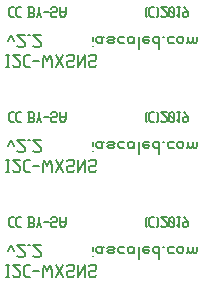
<source format=gbr>
G04 start of page 10 for group -4078 idx -4078 *
G04 Title: (unknown), bottomsilk *
G04 Creator: pcb 20140316 *
G04 CreationDate: Sat 14 Dec 2019 03:41:57 AM GMT UTC *
G04 For: railfan *
G04 Format: Gerber/RS-274X *
G04 PCB-Dimensions (mil): 900.00 2000.00 *
G04 PCB-Coordinate-Origin: lower left *
%MOIN*%
%FSLAX25Y25*%
%LNBOTTOMSILK*%
%ADD41C,0.0080*%
G54D41*X39000Y183500D02*Y183600D01*
Y185000D02*Y186500D01*
X41500Y184500D02*X42000Y185000D01*
X40500Y184500D02*X41500D01*
X40000Y185000D02*X40500Y184500D01*
X40000Y185000D02*Y186000D01*
X40500Y186500D01*
X42000Y184500D02*Y186000D01*
X42500Y186500D01*
X40500D02*X41500D01*
X42000Y186000D01*
X44200Y186500D02*X45700D01*
X46200Y186000D01*
X45700Y185500D02*X46200Y186000D01*
X44200Y185500D02*X45700D01*
X43700Y185000D02*X44200Y185500D01*
X43700Y185000D02*X44200Y184500D01*
X45700D01*
X46200Y185000D01*
X43700Y186000D02*X44200Y186500D01*
X47900Y184500D02*X49400D01*
X47400Y185000D02*X47900Y184500D01*
X47400Y185000D02*Y186000D01*
X47900Y186500D01*
X49400D01*
X52100Y184500D02*X52600Y185000D01*
X51100Y184500D02*X52100D01*
X50600Y185000D02*X51100Y184500D01*
X50600Y185000D02*Y186000D01*
X51100Y186500D01*
X52600Y184500D02*Y186000D01*
X53100Y186500D01*
X51100D02*X52100D01*
X52600Y186000D01*
X54300Y182500D02*Y186000D01*
X54800Y186500D01*
X56300D02*X57800D01*
X55800Y186000D02*X56300Y186500D01*
X55800Y185000D02*Y186000D01*
Y185000D02*X56300Y184500D01*
X57300D01*
X57800Y185000D01*
X55800Y185500D02*X57800D01*
Y185000D02*Y185500D01*
X61000Y182500D02*Y186500D01*
X60500D02*X61000Y186000D01*
X59500Y186500D02*X60500D01*
X59000Y186000D02*X59500Y186500D01*
X59000Y185000D02*Y186000D01*
Y185000D02*X59500Y184500D01*
X60500D01*
X61000Y185000D01*
X62200Y186500D02*X62700D01*
X64400Y184500D02*X65900D01*
X63900Y185000D02*X64400Y184500D01*
X63900Y185000D02*Y186000D01*
X64400Y186500D01*
X65900D01*
X67100Y185000D02*Y186000D01*
Y185000D02*X67600Y184500D01*
X68600D01*
X69100Y185000D01*
Y186000D01*
X68600Y186500D02*X69100Y186000D01*
X67600Y186500D02*X68600D01*
X67100Y186000D02*X67600Y186500D01*
X70800Y185000D02*Y186500D01*
Y185000D02*X71300Y184500D01*
X71800D01*
X72300Y185000D01*
Y186500D01*
Y185000D02*X72800Y184500D01*
X73300D01*
X73800Y185000D01*
Y186500D01*
X70300Y184500D02*X70800Y185000D01*
X56500Y195965D02*X56885Y196350D01*
X56500Y193655D02*X56885Y193270D01*
X56500Y193655D02*Y195965D01*
X58348Y196350D02*X59349D01*
X57809Y195811D02*X58348Y196350D01*
X57809Y193809D02*Y195811D01*
Y193809D02*X58348Y193270D01*
X59349D01*
X60273D02*X60658Y193655D01*
Y195965D01*
X60273Y196350D02*X60658Y195965D01*
X61582Y193655D02*X61967Y193270D01*
X63122D01*
X63507Y193655D01*
Y194425D01*
X61582Y196350D02*X63507Y194425D01*
X61582Y196350D02*X63507D01*
X64431Y195965D02*X64816Y196350D01*
X64431Y193655D02*Y195965D01*
Y193655D02*X64816Y193270D01*
X65586D01*
X65971Y193655D01*
Y195965D01*
X65586Y196350D02*X65971Y195965D01*
X64816Y196350D02*X65586D01*
X64431Y195580D02*X65971Y194040D01*
X66895Y193886D02*X67511Y193270D01*
Y196350D01*
X66895D02*X68050D01*
X69359D02*X70514Y194810D01*
Y193655D02*Y194810D01*
X70129Y193270D02*X70514Y193655D01*
X69359Y193270D02*X70129D01*
X68974Y193655D02*X69359Y193270D01*
X68974Y193655D02*Y194425D01*
X69359Y194810D01*
X70514D01*
X56500Y160965D02*X56885Y161350D01*
X56500Y158655D02*X56885Y158270D01*
X56500Y158655D02*Y160965D01*
X58348Y161350D02*X59349D01*
X57809Y160811D02*X58348Y161350D01*
X57809Y158809D02*Y160811D01*
Y158809D02*X58348Y158270D01*
X59349D01*
X60273D02*X60658Y158655D01*
Y160965D01*
X60273Y161350D02*X60658Y160965D01*
X61582Y158655D02*X61967Y158270D01*
X63122D01*
X63507Y158655D01*
Y159425D01*
X61582Y161350D02*X63507Y159425D01*
X61582Y161350D02*X63507D01*
X64431Y160965D02*X64816Y161350D01*
X64431Y158655D02*Y160965D01*
Y158655D02*X64816Y158270D01*
X65586D01*
X65971Y158655D01*
Y160965D01*
X65586Y161350D02*X65971Y160965D01*
X64816Y161350D02*X65586D01*
X64431Y160580D02*X65971Y159040D01*
X66895Y158886D02*X67511Y158270D01*
Y161350D01*
X66895D02*X68050D01*
X69359D02*X70514Y159810D01*
Y158655D02*Y159810D01*
X70129Y158270D02*X70514Y158655D01*
X69359Y158270D02*X70129D01*
X68974Y158655D02*X69359Y158270D01*
X68974Y158655D02*Y159425D01*
X69359Y159810D01*
X70514D01*
X10000Y176500D02*X11000D01*
X10500D02*Y180500D01*
X10000D02*X11000D01*
X12200Y177000D02*X12700Y176500D01*
X14200D01*
X14700Y177000D01*
Y178000D01*
X12200Y180500D02*X14700Y178000D01*
X12200Y180500D02*X14700D01*
X16600D02*X17900D01*
X15900Y179800D02*X16600Y180500D01*
X15900Y177200D02*Y179800D01*
Y177200D02*X16600Y176500D01*
X17900D01*
X19100Y178500D02*X21100D01*
X22300Y176500D02*Y178500D01*
X22800Y180500D01*
X23800Y178500D01*
X24800Y180500D01*
X25300Y178500D01*
Y176500D02*Y178500D01*
X26500Y180500D02*X29000Y176500D01*
X26500D02*X29000Y180500D01*
X32200Y176500D02*X32700Y177000D01*
X30700Y176500D02*X32200D01*
X30200Y177000D02*X30700Y176500D01*
X30200Y177000D02*Y178000D01*
X30700Y178500D01*
X32200D01*
X32700Y179000D01*
Y180000D01*
X32200Y180500D02*X32700Y180000D01*
X30700Y180500D02*X32200D01*
X30200Y180000D02*X30700Y180500D01*
X33900Y176500D02*Y180500D01*
Y176500D02*X36400Y180500D01*
Y176500D02*Y180500D01*
X39600Y176500D02*X40100Y177000D01*
X38100Y176500D02*X39600D01*
X37600Y177000D02*X38100Y176500D01*
X37600Y177000D02*Y178000D01*
X38100Y178500D01*
X39600D01*
X40100Y179000D01*
Y180000D01*
X39600Y180500D02*X40100Y180000D01*
X38100Y180500D02*X39600D01*
X37600Y180000D02*X38100Y180500D01*
X11539Y196350D02*X12540D01*
X11000Y195811D02*X11539Y196350D01*
X11000Y193809D02*Y195811D01*
Y193809D02*X11539Y193270D01*
X12540D01*
X14003Y196350D02*X15004D01*
X13464Y195811D02*X14003Y196350D01*
X13464Y193809D02*Y195811D01*
Y193809D02*X14003Y193270D01*
X15004D01*
X17314Y196350D02*X18854D01*
X19239Y195965D01*
Y195041D02*Y195965D01*
X18854Y194656D02*X19239Y195041D01*
X17699Y194656D02*X18854D01*
X17699Y193270D02*Y196350D01*
X17314Y193270D02*X18854D01*
X19239Y193655D01*
Y194271D01*
X18854Y194656D02*X19239Y194271D01*
X20163Y193270D02*X20933Y194810D01*
X21703Y193270D01*
X20933Y194810D02*Y196350D01*
X22627Y194810D02*X24167D01*
X26631Y193270D02*X27016Y193655D01*
X25476Y193270D02*X26631D01*
X25091Y193655D02*X25476Y193270D01*
X25091Y193655D02*Y194425D01*
X25476Y194810D01*
X26631D01*
X27016Y195195D01*
Y195965D01*
X26631Y196350D02*X27016Y195965D01*
X25476Y196350D02*X26631D01*
X25091Y195965D02*X25476Y196350D01*
X27940Y194040D02*Y196350D01*
Y194040D02*X28479Y193270D01*
X29326D01*
X29865Y194040D01*
Y196350D01*
X27940Y194810D02*X29865D01*
X10500Y185000D02*X11500Y187000D01*
X12500Y185000D02*X11500Y187000D01*
X13700Y183500D02*X14200Y183000D01*
X15700D01*
X16200Y183500D01*
Y184500D01*
X13700Y187000D02*X16200Y184500D01*
X13700Y187000D02*X16200D01*
X17400D02*X17900D01*
X19100Y183500D02*X19600Y183000D01*
X21100D01*
X21600Y183500D01*
Y184500D01*
X19100Y187000D02*X21600Y184500D01*
X19100Y187000D02*X21600D01*
X10000Y141500D02*X11000D01*
X10500D02*Y145500D01*
X10000D02*X11000D01*
X12200Y142000D02*X12700Y141500D01*
X14200D01*
X14700Y142000D01*
Y143000D01*
X12200Y145500D02*X14700Y143000D01*
X12200Y145500D02*X14700D01*
X16600D02*X17900D01*
X15900Y144800D02*X16600Y145500D01*
X15900Y142200D02*Y144800D01*
Y142200D02*X16600Y141500D01*
X17900D01*
X19100Y143500D02*X21100D01*
X22300Y141500D02*Y143500D01*
X22800Y145500D01*
X23800Y143500D01*
X24800Y145500D01*
X25300Y143500D01*
Y141500D02*Y143500D01*
X26500Y145500D02*X29000Y141500D01*
X26500D02*X29000Y145500D01*
X32200Y141500D02*X32700Y142000D01*
X30700Y141500D02*X32200D01*
X30200Y142000D02*X30700Y141500D01*
X30200Y142000D02*Y143000D01*
X30700Y143500D01*
X32200D01*
X32700Y144000D01*
Y145000D01*
X32200Y145500D02*X32700Y145000D01*
X30700Y145500D02*X32200D01*
X30200Y145000D02*X30700Y145500D01*
X33900Y141500D02*Y145500D01*
Y141500D02*X36400Y145500D01*
Y141500D02*Y145500D01*
X39600Y141500D02*X40100Y142000D01*
X38100Y141500D02*X39600D01*
X37600Y142000D02*X38100Y141500D01*
X37600Y142000D02*Y143000D01*
X38100Y143500D01*
X39600D01*
X40100Y144000D01*
Y145000D01*
X39600Y145500D02*X40100Y145000D01*
X38100Y145500D02*X39600D01*
X37600Y145000D02*X38100Y145500D01*
X39000Y148500D02*Y148600D01*
Y150000D02*Y151500D01*
X41500Y149500D02*X42000Y150000D01*
X40500Y149500D02*X41500D01*
X40000Y150000D02*X40500Y149500D01*
X40000Y150000D02*Y151000D01*
X40500Y151500D01*
X42000Y149500D02*Y151000D01*
X42500Y151500D01*
X40500D02*X41500D01*
X42000Y151000D01*
X44200Y151500D02*X45700D01*
X46200Y151000D01*
X45700Y150500D02*X46200Y151000D01*
X44200Y150500D02*X45700D01*
X43700Y150000D02*X44200Y150500D01*
X43700Y150000D02*X44200Y149500D01*
X45700D01*
X46200Y150000D01*
X43700Y151000D02*X44200Y151500D01*
X47900Y149500D02*X49400D01*
X47400Y150000D02*X47900Y149500D01*
X47400Y150000D02*Y151000D01*
X47900Y151500D01*
X49400D01*
X52100Y149500D02*X52600Y150000D01*
X51100Y149500D02*X52100D01*
X50600Y150000D02*X51100Y149500D01*
X50600Y150000D02*Y151000D01*
X51100Y151500D01*
X52600Y149500D02*Y151000D01*
X53100Y151500D01*
X51100D02*X52100D01*
X52600Y151000D01*
X54300Y147500D02*Y151000D01*
X54800Y151500D01*
X56300D02*X57800D01*
X55800Y151000D02*X56300Y151500D01*
X55800Y150000D02*Y151000D01*
Y150000D02*X56300Y149500D01*
X57300D01*
X57800Y150000D01*
X55800Y150500D02*X57800D01*
Y150000D02*Y150500D01*
X61000Y147500D02*Y151500D01*
X60500D02*X61000Y151000D01*
X59500Y151500D02*X60500D01*
X59000Y151000D02*X59500Y151500D01*
X59000Y150000D02*Y151000D01*
Y150000D02*X59500Y149500D01*
X60500D01*
X61000Y150000D01*
X62200Y151500D02*X62700D01*
X64400Y149500D02*X65900D01*
X63900Y150000D02*X64400Y149500D01*
X63900Y150000D02*Y151000D01*
X64400Y151500D01*
X65900D01*
X67100Y150000D02*Y151000D01*
Y150000D02*X67600Y149500D01*
X68600D01*
X69100Y150000D01*
Y151000D01*
X68600Y151500D02*X69100Y151000D01*
X67600Y151500D02*X68600D01*
X67100Y151000D02*X67600Y151500D01*
X70800Y150000D02*Y151500D01*
Y150000D02*X71300Y149500D01*
X71800D01*
X72300Y150000D01*
Y151500D01*
Y150000D02*X72800Y149500D01*
X73300D01*
X73800Y150000D01*
Y151500D01*
X70300Y149500D02*X70800Y150000D01*
X11539Y161350D02*X12540D01*
X11000Y160811D02*X11539Y161350D01*
X11000Y158809D02*Y160811D01*
Y158809D02*X11539Y158270D01*
X12540D01*
X14003Y161350D02*X15004D01*
X13464Y160811D02*X14003Y161350D01*
X13464Y158809D02*Y160811D01*
Y158809D02*X14003Y158270D01*
X15004D01*
X17314Y161350D02*X18854D01*
X19239Y160965D01*
Y160041D02*Y160965D01*
X18854Y159656D02*X19239Y160041D01*
X17699Y159656D02*X18854D01*
X17699Y158270D02*Y161350D01*
X17314Y158270D02*X18854D01*
X19239Y158655D01*
Y159271D01*
X18854Y159656D02*X19239Y159271D01*
X20163Y158270D02*X20933Y159810D01*
X21703Y158270D01*
X20933Y159810D02*Y161350D01*
X22627Y159810D02*X24167D01*
X26631Y158270D02*X27016Y158655D01*
X25476Y158270D02*X26631D01*
X25091Y158655D02*X25476Y158270D01*
X25091Y158655D02*Y159425D01*
X25476Y159810D01*
X26631D01*
X27016Y160195D01*
Y160965D01*
X26631Y161350D02*X27016Y160965D01*
X25476Y161350D02*X26631D01*
X25091Y160965D02*X25476Y161350D01*
X27940Y159040D02*Y161350D01*
Y159040D02*X28479Y158270D01*
X29326D01*
X29865Y159040D01*
Y161350D01*
X27940Y159810D02*X29865D01*
X10500Y150000D02*X11500Y152000D01*
X12500Y150000D02*X11500Y152000D01*
X13700Y148500D02*X14200Y148000D01*
X15700D01*
X16200Y148500D01*
Y149500D01*
X13700Y152000D02*X16200Y149500D01*
X13700Y152000D02*X16200D01*
X17400D02*X17900D01*
X19100Y148500D02*X19600Y148000D01*
X21100D01*
X21600Y148500D01*
Y149500D01*
X19100Y152000D02*X21600Y149500D01*
X19100Y152000D02*X21600D01*
X10000Y106500D02*X11000D01*
X10500D02*Y110500D01*
X10000D02*X11000D01*
X12200Y107000D02*X12700Y106500D01*
X14200D01*
X14700Y107000D01*
Y108000D01*
X12200Y110500D02*X14700Y108000D01*
X12200Y110500D02*X14700D01*
X16600D02*X17900D01*
X15900Y109800D02*X16600Y110500D01*
X15900Y107200D02*Y109800D01*
Y107200D02*X16600Y106500D01*
X17900D01*
X19100Y108500D02*X21100D01*
X22300Y106500D02*Y108500D01*
X22800Y110500D01*
X23800Y108500D01*
X24800Y110500D01*
X25300Y108500D01*
Y106500D02*Y108500D01*
X26500Y110500D02*X29000Y106500D01*
X26500D02*X29000Y110500D01*
X32200Y106500D02*X32700Y107000D01*
X30700Y106500D02*X32200D01*
X30200Y107000D02*X30700Y106500D01*
X30200Y107000D02*Y108000D01*
X30700Y108500D01*
X32200D01*
X32700Y109000D01*
Y110000D01*
X32200Y110500D02*X32700Y110000D01*
X30700Y110500D02*X32200D01*
X30200Y110000D02*X30700Y110500D01*
X33900Y106500D02*Y110500D01*
Y106500D02*X36400Y110500D01*
Y106500D02*Y110500D01*
X39600Y106500D02*X40100Y107000D01*
X38100Y106500D02*X39600D01*
X37600Y107000D02*X38100Y106500D01*
X37600Y107000D02*Y108000D01*
X38100Y108500D01*
X39600D01*
X40100Y109000D01*
Y110000D01*
X39600Y110500D02*X40100Y110000D01*
X38100Y110500D02*X39600D01*
X37600Y110000D02*X38100Y110500D01*
X10500Y115000D02*X11500Y117000D01*
X12500Y115000D02*X11500Y117000D01*
X13700Y113500D02*X14200Y113000D01*
X15700D01*
X16200Y113500D01*
Y114500D01*
X13700Y117000D02*X16200Y114500D01*
X13700Y117000D02*X16200D01*
X17400D02*X17900D01*
X19100Y113500D02*X19600Y113000D01*
X21100D01*
X21600Y113500D01*
Y114500D01*
X19100Y117000D02*X21600Y114500D01*
X19100Y117000D02*X21600D01*
X39000Y113500D02*Y113600D01*
Y115000D02*Y116500D01*
X41500Y114500D02*X42000Y115000D01*
X40500Y114500D02*X41500D01*
X40000Y115000D02*X40500Y114500D01*
X40000Y115000D02*Y116000D01*
X40500Y116500D01*
X42000Y114500D02*Y116000D01*
X42500Y116500D01*
X40500D02*X41500D01*
X42000Y116000D01*
X44200Y116500D02*X45700D01*
X46200Y116000D01*
X45700Y115500D02*X46200Y116000D01*
X44200Y115500D02*X45700D01*
X43700Y115000D02*X44200Y115500D01*
X43700Y115000D02*X44200Y114500D01*
X45700D01*
X46200Y115000D01*
X43700Y116000D02*X44200Y116500D01*
X47900Y114500D02*X49400D01*
X47400Y115000D02*X47900Y114500D01*
X47400Y115000D02*Y116000D01*
X47900Y116500D01*
X49400D01*
X52100Y114500D02*X52600Y115000D01*
X51100Y114500D02*X52100D01*
X50600Y115000D02*X51100Y114500D01*
X50600Y115000D02*Y116000D01*
X51100Y116500D01*
X52600Y114500D02*Y116000D01*
X53100Y116500D01*
X51100D02*X52100D01*
X52600Y116000D01*
X54300Y112500D02*Y116000D01*
X54800Y116500D01*
X56300D02*X57800D01*
X55800Y116000D02*X56300Y116500D01*
X55800Y115000D02*Y116000D01*
Y115000D02*X56300Y114500D01*
X57300D01*
X57800Y115000D01*
X55800Y115500D02*X57800D01*
Y115000D02*Y115500D01*
X61000Y112500D02*Y116500D01*
X60500D02*X61000Y116000D01*
X59500Y116500D02*X60500D01*
X59000Y116000D02*X59500Y116500D01*
X59000Y115000D02*Y116000D01*
Y115000D02*X59500Y114500D01*
X60500D01*
X61000Y115000D01*
X62200Y116500D02*X62700D01*
X64400Y114500D02*X65900D01*
X63900Y115000D02*X64400Y114500D01*
X63900Y115000D02*Y116000D01*
X64400Y116500D01*
X65900D01*
X67100Y115000D02*Y116000D01*
Y115000D02*X67600Y114500D01*
X68600D01*
X69100Y115000D01*
Y116000D01*
X68600Y116500D02*X69100Y116000D01*
X67600Y116500D02*X68600D01*
X67100Y116000D02*X67600Y116500D01*
X70800Y115000D02*Y116500D01*
Y115000D02*X71300Y114500D01*
X71800D01*
X72300Y115000D01*
Y116500D01*
Y115000D02*X72800Y114500D01*
X73300D01*
X73800Y115000D01*
Y116500D01*
X70300Y114500D02*X70800Y115000D01*
X11539Y126350D02*X12540D01*
X11000Y125811D02*X11539Y126350D01*
X11000Y123809D02*Y125811D01*
Y123809D02*X11539Y123270D01*
X12540D01*
X14003Y126350D02*X15004D01*
X13464Y125811D02*X14003Y126350D01*
X13464Y123809D02*Y125811D01*
Y123809D02*X14003Y123270D01*
X15004D01*
X17314Y126350D02*X18854D01*
X19239Y125965D01*
Y125041D02*Y125965D01*
X18854Y124656D02*X19239Y125041D01*
X17699Y124656D02*X18854D01*
X17699Y123270D02*Y126350D01*
X17314Y123270D02*X18854D01*
X19239Y123655D01*
Y124271D01*
X18854Y124656D02*X19239Y124271D01*
X20163Y123270D02*X20933Y124810D01*
X21703Y123270D01*
X20933Y124810D02*Y126350D01*
X22627Y124810D02*X24167D01*
X26631Y123270D02*X27016Y123655D01*
X25476Y123270D02*X26631D01*
X25091Y123655D02*X25476Y123270D01*
X25091Y123655D02*Y124425D01*
X25476Y124810D01*
X26631D01*
X27016Y125195D01*
Y125965D01*
X26631Y126350D02*X27016Y125965D01*
X25476Y126350D02*X26631D01*
X25091Y125965D02*X25476Y126350D01*
X27940Y124040D02*Y126350D01*
Y124040D02*X28479Y123270D01*
X29326D01*
X29865Y124040D01*
Y126350D01*
X27940Y124810D02*X29865D01*
X56500Y125965D02*X56885Y126350D01*
X56500Y123655D02*X56885Y123270D01*
X56500Y123655D02*Y125965D01*
X58348Y126350D02*X59349D01*
X57809Y125811D02*X58348Y126350D01*
X57809Y123809D02*Y125811D01*
Y123809D02*X58348Y123270D01*
X59349D01*
X60273D02*X60658Y123655D01*
Y125965D01*
X60273Y126350D02*X60658Y125965D01*
X61582Y123655D02*X61967Y123270D01*
X63122D01*
X63507Y123655D01*
Y124425D01*
X61582Y126350D02*X63507Y124425D01*
X61582Y126350D02*X63507D01*
X64431Y125965D02*X64816Y126350D01*
X64431Y123655D02*Y125965D01*
Y123655D02*X64816Y123270D01*
X65586D01*
X65971Y123655D01*
Y125965D01*
X65586Y126350D02*X65971Y125965D01*
X64816Y126350D02*X65586D01*
X64431Y125580D02*X65971Y124040D01*
X66895Y123886D02*X67511Y123270D01*
Y126350D01*
X66895D02*X68050D01*
X69359D02*X70514Y124810D01*
Y123655D02*Y124810D01*
X70129Y123270D02*X70514Y123655D01*
X69359Y123270D02*X70129D01*
X68974Y123655D02*X69359Y123270D01*
X68974Y123655D02*Y124425D01*
X69359Y124810D01*
X70514D01*
M02*

</source>
